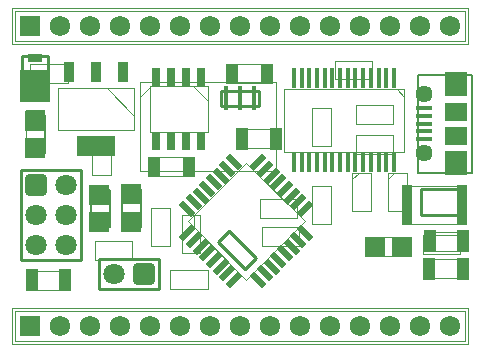
<source format=gts>
G04*
G04 #@! TF.GenerationSoftware,Altium Limited,Altium Designer,20.0.9 (164)*
G04*
G04 Layer_Color=8388736*
%FSLAX25Y25*%
%MOIN*%
G70*
G01*
G75*
%ADD10C,0.01000*%
%ADD14C,0.00787*%
%ADD15C,0.00394*%
%ADD16C,0.00197*%
%ADD34R,0.10000X0.10512*%
%ADD35R,0.05000X0.03000*%
%ADD36R,0.04055X0.07362*%
%ADD37R,0.06890X0.06693*%
%ADD38R,0.07480X0.08268*%
%ADD39R,0.07480X0.05906*%
%ADD40R,0.05315X0.01575*%
%ADD41R,0.04134X0.07087*%
G04:AMPARAMS|DCode=42|XSize=59.06mil|YSize=19.68mil|CornerRadius=0mil|HoleSize=0mil|Usage=FLASHONLY|Rotation=45.000|XOffset=0mil|YOffset=0mil|HoleType=Round|Shape=Rectangle|*
%AMROTATEDRECTD42*
4,1,4,-0.01392,-0.02784,-0.02784,-0.01392,0.01392,0.02784,0.02784,0.01392,-0.01392,-0.02784,0.0*
%
%ADD42ROTATEDRECTD42*%

G04:AMPARAMS|DCode=43|XSize=59.06mil|YSize=19.68mil|CornerRadius=0mil|HoleSize=0mil|Usage=FLASHONLY|Rotation=135.000|XOffset=0mil|YOffset=0mil|HoleType=Round|Shape=Rectangle|*
%AMROTATEDRECTD43*
4,1,4,0.02784,-0.01392,0.01392,-0.02784,-0.02784,0.01392,-0.01392,0.02784,0.02784,-0.01392,0.0*
%
%ADD43ROTATEDRECTD43*%

%ADD44R,0.03740X0.06890*%
%ADD45R,0.12598X0.06890*%
%ADD46R,0.01575X0.07087*%
%ADD47R,0.02559X0.06004*%
%ADD48R,0.01575X0.07874*%
%ADD49R,0.06693X0.06890*%
%ADD50R,0.03347X0.13504*%
%ADD51R,0.06791X0.06791*%
%ADD52C,0.06791*%
%ADD53C,0.05709*%
%ADD54C,0.07087*%
G04:AMPARAMS|DCode=55|XSize=70.87mil|YSize=70.87mil|CornerRadius=8.86mil|HoleSize=0mil|Usage=FLASHONLY|Rotation=270.000|XOffset=0mil|YOffset=0mil|HoleType=Round|Shape=RoundedRectangle|*
%AMROUNDEDRECTD55*
21,1,0.07087,0.05315,0,0,270.0*
21,1,0.05315,0.07087,0,0,270.0*
1,1,0.01772,-0.02657,-0.02657*
1,1,0.01772,-0.02657,0.02657*
1,1,0.01772,0.02657,0.02657*
1,1,0.01772,0.02657,-0.02657*
%
%ADD55ROUNDEDRECTD55*%
G04:AMPARAMS|DCode=56|XSize=70.87mil|YSize=70.87mil|CornerRadius=8.86mil|HoleSize=0mil|Usage=FLASHONLY|Rotation=180.000|XOffset=0mil|YOffset=0mil|HoleType=Round|Shape=RoundedRectangle|*
%AMROUNDEDRECTD56*
21,1,0.07087,0.05315,0,0,180.0*
21,1,0.05315,0.07087,0,0,180.0*
1,1,0.01772,-0.02657,0.02657*
1,1,0.01772,0.02657,0.02657*
1,1,0.01772,0.02657,-0.02657*
1,1,0.01772,-0.02657,-0.02657*
%
%ADD56ROUNDEDRECTD56*%
D10*
X4526Y28307D02*
X14526D01*
X4526D02*
Y58307D01*
X14526D01*
X24526Y48307D02*
Y58307D01*
X14526D02*
X24526D01*
X14526Y28307D02*
X24526D01*
Y58307D01*
X40433Y18622D02*
X50433Y18622D01*
X50433Y28622D02*
X50433Y18622D01*
X30433Y18622D02*
X50433Y18622D01*
X30433Y28622D02*
X50433Y28622D01*
X30433Y18622D02*
Y28622D01*
X137794Y43409D02*
X152006D01*
Y51991D01*
X137794D02*
X152006D01*
X137794Y43409D02*
Y51991D01*
X5009Y82088D02*
Y96300D01*
X13591D01*
Y82088D02*
Y96300D01*
X5009Y82088D02*
X13591D01*
X71260Y84842D02*
X83858D01*
Y79724D02*
Y84842D01*
X71260Y79724D02*
X83858D01*
X71260D02*
Y84842D01*
X73936Y37951D02*
X82844Y29042D01*
X70317Y34332D02*
X73936Y37951D01*
X70317Y34332D02*
X79225Y25423D01*
X82844Y29042D01*
D14*
X154823Y57468D02*
Y90145D01*
X136909Y57468D02*
X154823D01*
X136909D02*
Y89948D01*
Y90145D02*
X154823D01*
D15*
X2480Y1299D02*
Y11299D01*
Y1299D02*
X152480D01*
Y11299D01*
X2480D02*
X152480D01*
X2480Y101299D02*
Y111299D01*
Y101299D02*
X152480D01*
Y111299D01*
X2480D02*
X152480D01*
X44193Y82598D02*
X49193Y87598D01*
X44193D02*
X89665D01*
Y58071D02*
Y87598D01*
X44193Y58071D02*
X89665D01*
X44193D02*
Y87598D01*
X140021Y37797D02*
X152619D01*
Y31498D02*
Y37797D01*
X140021Y31498D02*
X152619D01*
X140021D02*
Y37797D01*
X12450Y64001D02*
Y76599D01*
X6150Y64001D02*
X12450D01*
X6150D02*
Y76599D01*
X12450D01*
X10351D02*
X12450Y74501D01*
X48524Y56299D02*
X60925D01*
X48524D02*
Y62598D01*
X60925D01*
Y56299D02*
Y62598D01*
X60119Y41339D02*
X79606Y60826D01*
X99094Y41339D01*
X79606Y21851D02*
X99094Y41339D01*
X60119D02*
X79606Y21851D01*
X62346Y39112D02*
Y43566D01*
X42323Y71850D02*
Y85630D01*
X16732Y71850D02*
X42323D01*
X16732D02*
Y85630D01*
X42323D01*
X33268D02*
X42323Y76575D01*
X132283Y64567D02*
Y85433D01*
X92126Y64567D02*
X132283D01*
X92126D02*
Y85433D01*
X132283D01*
X129724D02*
X132283Y82874D01*
X66732Y71063D02*
Y86417D01*
X47441Y71063D02*
X66732D01*
X47441D02*
Y86417D01*
X66732D01*
X61732D02*
X66732Y81417D01*
X7480Y24803D02*
X20079D01*
Y18504D02*
Y24803D01*
X7480Y18504D02*
X20079D01*
X7480D02*
Y24803D01*
X120866Y33827D02*
X122965Y35925D01*
X120866Y29626D02*
Y35925D01*
Y29626D02*
X133465D01*
Y35925D01*
X120866D02*
X133465D01*
X42390Y52067D02*
X44488Y49968D01*
X38189Y52067D02*
X44488D01*
X38189Y39469D02*
Y52067D01*
Y39469D02*
X44488D01*
Y52067D01*
X133465Y40295D02*
X151378D01*
X133465D02*
Y53051D01*
X151378D01*
Y40295D02*
Y53051D01*
X101575Y40551D02*
X107874D01*
X101575D02*
Y53150D01*
X107874D01*
Y40551D02*
Y53150D01*
X74508Y87402D02*
Y93701D01*
Y87402D02*
X86910D01*
Y93701D01*
X74508D02*
X86910D01*
X90158Y65748D02*
Y72047D01*
X77559D02*
X90158D01*
X77559Y65748D02*
Y72047D01*
Y65748D02*
X90158D01*
X133366Y29626D02*
Y35925D01*
X120965Y29626D02*
X133366D01*
X120965D02*
Y35925D01*
X133366D01*
X139944Y22343D02*
Y28642D01*
Y22343D02*
X152542D01*
Y28642D01*
X139944D02*
X152542D01*
X37795Y39469D02*
X44094D01*
X37795D02*
Y51870D01*
X44094D01*
Y39469D02*
Y51870D01*
X7480Y87402D02*
Y93701D01*
X20079D01*
Y87402D02*
Y93701D01*
X7480Y87402D02*
X20079D01*
X114961Y44882D02*
Y57480D01*
Y44882D02*
X121260D01*
Y57480D01*
X114961D02*
X121260D01*
X114961Y55382D02*
X117059Y57480D01*
X126772Y44882D02*
Y57480D01*
Y44882D02*
X133071D01*
Y57480D01*
X126772D02*
X133071D01*
X126772Y55382D02*
X128870Y57480D01*
X33750Y39370D02*
Y51968D01*
X27451Y39370D02*
X33750D01*
X27451D02*
Y51968D01*
X33750D01*
X31652D02*
X33750Y49870D01*
X116240Y63779D02*
X128642D01*
Y70079D01*
X116240D02*
X128642D01*
X116240Y63779D02*
Y70079D01*
Y73622D02*
X128642D01*
Y79921D01*
X116240D02*
X128642D01*
X116240Y73622D02*
Y79921D01*
X54331Y18898D02*
X66732D01*
Y25197D01*
X54331D02*
X66732D01*
X54331Y18898D02*
Y25197D01*
X27845Y39272D02*
Y51673D01*
Y39272D02*
X34144D01*
Y51673D01*
X27845D02*
X34144D01*
X6066Y65985D02*
Y78387D01*
Y65985D02*
X12365D01*
Y78387D01*
X6066D02*
X12365D01*
X84744Y33169D02*
X97146D01*
Y39469D01*
X84744D02*
X97146D01*
X84744Y33169D02*
Y39469D01*
X84252Y42323D02*
X96653D01*
Y48622D01*
X84252D02*
X96653D01*
X84252Y42323D02*
Y48622D01*
X29232Y34646D02*
X41634D01*
X29232Y28346D02*
Y34646D01*
Y28346D02*
X41634D01*
Y34646D01*
X101575Y66535D02*
Y79134D01*
Y66535D02*
X107874D01*
Y79134D01*
X101575D02*
X107874D01*
X109055Y88583D02*
X121653D01*
Y94882D01*
X109055D02*
X121653D01*
X109055Y88583D02*
Y94882D01*
X138386Y36614D02*
X150984D01*
X138386Y30315D02*
Y36614D01*
Y30315D02*
X150984D01*
Y36614D01*
X34646Y56693D02*
Y69291D01*
X28346D02*
X34646D01*
X28346Y56693D02*
Y69291D01*
Y56693D02*
X34646D01*
X54331Y33071D02*
Y45669D01*
X48031D02*
X54331D01*
X48031Y33071D02*
Y45669D01*
Y33071D02*
X54331Y33071D01*
X58071Y30906D02*
Y43504D01*
Y30906D02*
X64370D01*
Y43504D01*
X58071D02*
X64370D01*
D16*
X1496Y315D02*
Y12284D01*
Y315D02*
X153465D01*
Y12284D01*
X1496D02*
X153465D01*
X1496Y100315D02*
Y112284D01*
Y100315D02*
X153465D01*
Y112284D01*
X1496D02*
X153465D01*
D34*
X9300Y86444D02*
D03*
D35*
Y95700D02*
D03*
D36*
X140729Y34647D02*
D03*
X151910D02*
D03*
X8189Y21654D02*
D03*
X19370D02*
D03*
X78268Y68898D02*
D03*
X89449D02*
D03*
X151833Y25492D02*
D03*
X140652D02*
D03*
D37*
X9300Y74828D02*
D03*
Y65772D02*
D03*
X41339Y41240D02*
D03*
Y50295D02*
D03*
X30601Y50197D02*
D03*
Y41142D02*
D03*
D38*
X149606Y60618D02*
D03*
Y86995D02*
D03*
D39*
Y69869D02*
D03*
Y77743D02*
D03*
D40*
X138977Y73806D02*
D03*
Y76366D02*
D03*
Y71247D02*
D03*
Y78925D02*
D03*
Y68688D02*
D03*
D41*
X60630Y59449D02*
D03*
X48819D02*
D03*
X86614Y90551D02*
D03*
X74803D02*
D03*
D42*
X59980Y37302D02*
D03*
X62207Y35075D02*
D03*
X64434Y32848D02*
D03*
X66661Y30621D02*
D03*
X68888Y28394D02*
D03*
X71115Y26166D02*
D03*
X73343Y23939D02*
D03*
X75570Y21712D02*
D03*
X99233Y45375D02*
D03*
X97006Y47602D02*
D03*
X94779Y49829D02*
D03*
X92551Y52056D02*
D03*
X90324Y54284D02*
D03*
X88097Y56511D02*
D03*
X85870Y58738D02*
D03*
X83643Y60965D02*
D03*
D43*
Y21712D02*
D03*
X85870Y23939D02*
D03*
X88097Y26166D02*
D03*
X90324Y28394D02*
D03*
X92551Y30621D02*
D03*
X94779Y32848D02*
D03*
X97006Y35075D02*
D03*
X99233Y37302D02*
D03*
X75570Y60965D02*
D03*
X73343Y58738D02*
D03*
X71115Y56511D02*
D03*
X68888Y54284D02*
D03*
X66661Y52056D02*
D03*
X64434Y49829D02*
D03*
X62207Y47602D02*
D03*
X59980Y45375D02*
D03*
D44*
X38583Y91142D02*
D03*
X29528D02*
D03*
X20472D02*
D03*
D45*
X29528Y66339D02*
D03*
D46*
X128839Y88976D02*
D03*
X126279D02*
D03*
X123721D02*
D03*
X121161D02*
D03*
X118602D02*
D03*
X116043D02*
D03*
X113484D02*
D03*
X110925D02*
D03*
X108366D02*
D03*
X105807D02*
D03*
X103248D02*
D03*
X100689D02*
D03*
X98130D02*
D03*
X95571D02*
D03*
Y61024D02*
D03*
X98130D02*
D03*
X100689D02*
D03*
X103248D02*
D03*
X105807D02*
D03*
X108366D02*
D03*
X110925D02*
D03*
X113484D02*
D03*
X116043D02*
D03*
X118602D02*
D03*
X121161D02*
D03*
X123721D02*
D03*
X126279D02*
D03*
X128839D02*
D03*
D47*
X64587Y89417D02*
D03*
X59587D02*
D03*
X54587D02*
D03*
X49587D02*
D03*
Y68063D02*
D03*
X54587D02*
D03*
X59587D02*
D03*
X64587D02*
D03*
D48*
X82284Y82284D02*
D03*
X77559D02*
D03*
X72835D02*
D03*
D49*
X131693Y32776D02*
D03*
X122638D02*
D03*
D50*
X151476Y46673D02*
D03*
X133366D02*
D03*
D51*
X7480Y6299D02*
D03*
Y106299D02*
D03*
D52*
X17480Y6299D02*
D03*
X27480D02*
D03*
X37480D02*
D03*
X47480D02*
D03*
X57480D02*
D03*
X67480D02*
D03*
X77480D02*
D03*
X87480D02*
D03*
X97480D02*
D03*
X107480D02*
D03*
X117480D02*
D03*
X127480D02*
D03*
X137480D02*
D03*
X147480D02*
D03*
X17480Y106299D02*
D03*
X27480D02*
D03*
X37480D02*
D03*
X47480D02*
D03*
X57480D02*
D03*
X67480D02*
D03*
X77480D02*
D03*
X87480D02*
D03*
X97480D02*
D03*
X107480D02*
D03*
X117480D02*
D03*
X127480D02*
D03*
X137480D02*
D03*
X147480D02*
D03*
D53*
X138977Y83649D02*
D03*
Y63964D02*
D03*
D54*
X149606Y60027D02*
D03*
Y87586D02*
D03*
X19526Y53307D02*
D03*
X9526Y43307D02*
D03*
Y33307D02*
D03*
X19526D02*
D03*
Y43307D02*
D03*
X35433Y23622D02*
D03*
D55*
X9526Y53307D02*
D03*
D56*
X45433Y23622D02*
D03*
M02*

</source>
